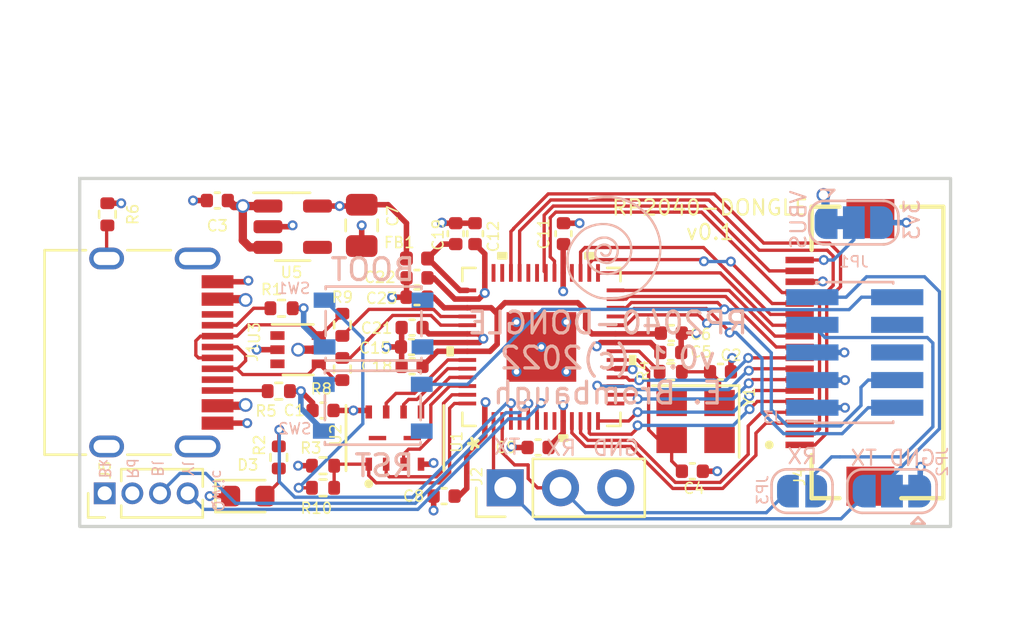
<source format=kicad_pcb>
(kicad_pcb (version 20211014) (generator pcbnew)
  (layers (0 "F.Cu" signal) (1 "In1.Cu" signal) (2 "In2.Cu" signal) (31 "B.Cu" signal) (34 "B.Paste" user) (35 "F.Paste" user) (36 "B.SilkS" user "B.Silkscreen") (37 "F.SilkS" user "F.Silkscreen") (38 "B.Mask" user) (39 "F.Mask" user) (44 "Edge.Cuts" user))
  (net 0 "")
  (net 1 "+3.3V")
  (net 2 "GND")
  (net 3 "Net-(Y1-Pad1)")
  (net 4 "VBUS")
  (net 5 "Net-(C4-Pad1)")
  (net 6 "+1V1")
  (net 7 "/ADC_AVDD")
  (net 8 "Net-(J1-PadA5)")
  (net 9 "Net-(J1-PadA7)")
  (net 11 "Net-(J1-PadB5)")
  (net 13 "/ES_BKL")
  (net 14 "/ES_SCK")
  (net 15 "/ES_PICO")
  (net 16 "/ES_POCI")
  (net 17 "/ES_DC")
  (net 18 "/ES_RST")
  (net 19 "/ES_TFTCS")
  (net 20 "/ES_SDCS")
  (net 21 "/ES_GP2")
  (net 22 "/ES_GP1")
  (net 23 "/ES_BUSY")
  (net 24 "/ES_INT")
  (net 25 "/ES_SDA")
  (net 26 "/ES_SCL")
  (net 27 "/ES_TSCS")
  (net 28 "/ES_MEMCS")
  (net 29 "Net-(D3-Pad2)")
  (net 30 "Net-(R8-Pad2)")
  (net 31 "/USB_DP")
  (net 32 "/USB_DM")
  (net 36 "Net-(R6-Pad2)")
  (net 37 "/UART0_RX")
  (net 38 "/UART0_TX")
  (net 39 "/ES_VIN")
  (net 40 "/SWDIO")
  (net 41 "/SWCLK")
  (net 43 "Net-(J3-Pad7)")
  (net 45 "Net-(J3-Pad9)")
  (net 46 "/NRST")
  (net 47 "/I2C_SDA")
  (net 48 "/I2C_SCL")
  (net 49 "/LED")
  (net 50 "/QSPI_SS_N")
  (net 51 "Net-(U1-Pad21)")
  (net 52 "Net-(R10-Pad2)")
  (net 61 "/QSPI_SD3")
  (net 62 "/QSPI_SCLK")
  (net 63 "/QSPI_SD0")
  (net 64 "/QSPI_SD2")
  (net 65 "/QSPI_SD1")
  (footprint "Resistor_SMD:R_0402_1005Metric" (layer "F.Cu") (at 128.75 110.49 180)
    (fp_text reference "R4")
    (fp_text value "1k")
  )
  (footprint "Resistor_SMD:R_0402_1005Metric" (layer "F.Cu") (at 113.665 108.329 90)
    (fp_text reference "R9")
    (fp_text value "27.5")
  )
  (footprint "Capacitor_SMD:C_0402_1005Metric" (layer "F.Cu") (at 119.761 104.14 90)
    (fp_text reference "C12")
    (fp_text value "0.1uf")
  )
  (footprint "Capacitor_SMD:C_0402_1005Metric" (layer "F.Cu") (at 123.825 104.14 90)
    (fp_text reference "C11")
    (fp_text value "0.1uf")
  )
  (footprint "Capacitor_SMD:C_0402_1005Metric" (layer "F.Cu") (at 131.036 110.49)
    (fp_text reference "C2")
    (fp_text value "27pf")
  )
  (footprint "Capacitor_SMD:C_0402_1005Metric" (layer "F.Cu") (at 117.094 107.061 180)
    (fp_text reference "C23")
    (fp_text value "1uf")
  )
  (footprint "Capacitor_SMD:C_0402_1005Metric" (layer "F.Cu") (at 128.75 109.601)
    (fp_text reference "C5")
    (fp_text value "0.1uf")
  )
  (footprint "Capacitor_SMD:C_0402_1005Metric" (layer "F.Cu") (at 107.922 102.616 180)
    (fp_text reference "C3")
    (fp_text value "1uf")
  )
  (footprint "Resistor_SMD:R_0402_1005Metric" (layer "F.Cu") (at 110.871 107.569 180)
    (fp_text reference "R1")
    (fp_text value "5k1")
  )
  (footprint "Capacitor_SMD:C_0402_1005Metric" (layer "F.Cu") (at 116.868 110.236 180)
    (fp_text reference "C18")
    (fp_text value "0.1uf")
  )
  (footprint "Resistor_SMD:R_0402_1005Metric" (layer "F.Cu") (at 110.744 111.379 180)
    (fp_text reference "R5")
    (fp_text value "5k1")
  )
  (footprint "Resistor_SMD:R_0402_1005Metric" (layer "F.Cu") (at 113.665 110.363 -90)
    (fp_text reference "R8")
    (fp_text value "27.5")
  )
  (footprint "Capacitor_SMD:C_0402_1005Metric" (layer "F.Cu") (at 129.7432 115.062)
    (fp_text reference "C4")
    (fp_text value "27pf")
  )
  (footprint "Resistor_SMD:R_0402_1005Metric" (layer "F.Cu") (at 112.778 115.824 180)
    (fp_text reference "R10")
    (fp_text value "1k")
  )
  (footprint "emeb_library:RP2040" (layer "F.Cu") (at 122.809 109.347 90)
    (fp_text reference "U1")
    (fp_text value "RP2040" hide)
  )
  (footprint "Capacitor_SMD:C_0402_1005Metric" (layer "F.Cu") (at 112.776 112.268 180)
    (fp_text reference "C1")
    (fp_text value "0.1uf")
  )
  (footprint "Resistor_SMD:R_0402_1005Metric" (layer "F.Cu") (at 112.778 114.808 180)
    (fp_text reference "R3")
    (fp_text value "10k")
  )
  (footprint "Crystal:Crystal_SMD_3225-4Pin_3.2x2.5mm" (layer "F.Cu") (at 129.893 112.776 180)
    (fp_text reference "Y1")
    (fp_text value "Crystal_4pin_SMD")
  )
  (footprint "Capacitor_SMD:C_0805_2012Metric" (layer "F.Cu") (at 114.554 103.759 -90)
    (fp_text reference "C7")
    (fp_text value "10uf")
  )
  (footprint "Capacitor_SMD:C_0402_1005Metric" (layer "F.Cu") (at 128.778 108.712)
    (fp_text reference "C6")
    (fp_text value "0.1uf")
  )
  (footprint "Capacitor_SMD:C_0402_1005Metric" (layer "F.Cu") (at 118.872 104.14 90)
    (fp_text reference "C19")
    (fp_text value "0.1uf")
  )
  (footprint "Connector_USB:USB_C_Receptacle_HRO_TYPE-C-31-M-12" (layer "F.Cu") (at 103.886 109.601 -90)
    (fp_text reference "J1")
    (fp_text value "USB_C_Receptacle_USB2.0")
  )
  (footprint "Resistor_SMD:R_0402_1005Metric" (layer "F.Cu") (at 102.87 103.251 -90)
    (fp_text reference "R6")
    (fp_text value "1M")
  )
  (footprint "emeb_library:GCT_FFC2B35-18-G_REVA2" (layer "F.Cu") (at 137.922 109.601 90)
    (fp_text reference "J4")
    (fp_text value "FFC2B35-18-G_REVA2")
  )
  (footprint "Capacitor_SMD:C_0402_1005Metric" (layer "F.Cu") (at 116.868 108.458 180)
    (fp_text reference "C21")
    (fp_text value "0.1uf")
  )
  (footprint "Capacitor_SMD:C_0402_1005Metric" (layer "F.Cu") (at 122.6566 113.9698 180)
    (fp_text reference "C9")
    (fp_text value "0.1uf")
  )
  (footprint "Resistor_SMD:R_0402_1005Metric" (layer "F.Cu") (at 110.744 114.427 -90)
    (fp_text reference "R2")
    (fp_text value "1k")
  )
  (footprint "Inductor_SMD:L_0402_1005Metric" (layer "F.Cu") (at 117.094 105.283 180)
    (fp_text reference "FB1")
    (fp_text value "1k")
  )
  (footprint "Capacitor_SMD:C_0402_1005Metric" (layer "F.Cu") (at 116.84 109.347 180)
    (fp_text reference "C15")
    (fp_text value "0.1uf")
  )
  (footprint "Package_TO_SOT_SMD:SOT-23-5" (layer "F.Cu") (at 111.3845 103.82)
    (fp_text reference "U5")
    (fp_text value "XC6222B331MR-G")
  )
  (footprint "Capacitor_SMD:C_0402_1005Metric" (layer "F.Cu") (at 118.3386 116.205 180)
    (fp_text reference "C8")
    (fp_text value "0.1uf")
  )
  (footprint "Package_TO_SOT_SMD:SOT-363_SC-70-6" (layer "F.Cu") (at 111.633 109.474)
    (fp_text reference "U3")
    (fp_text value "DRTR5V0U4S")
  )
  (footprint "Connector_PinHeader_2.54mm:PinHeader_1x03_P2.54mm_Vertical" (layer "F.Cu") (at 121.1476 115.824 90)
    (fp_text reference "J2")
    (fp_text value "Conn_01x03")
  )
  (footprint "Connector_PinHeader_1.27mm:PinHeader_1x04_P1.27mm_Vertical" (layer "F.Cu") (at 102.748 116.078 90)
    (fp_text reference "J5")
    (fp_text value "Qwiic")
  )
  (footprint "Capacitor_SMD:C_0402_1005Metric" (layer "F.Cu") (at 117.094 106.172 180)
    (fp_text reference "C22")
    (fp_text value "1uf")
  )
  (footprint "emeb_library:USON-8_4x3" (layer "F.Cu") (at 116.078 113.537 90)
    (fp_text reference "U2")
    (fp_text value "W25Q64JWUUIQ")
  )
  (footprint "LED_SMD:LED_0603_1608Metric" (layer "F.Cu") (at 109.3215 116.205)
    (fp_text reference "D3")
    (fp_text value "LED Green")
  )
  (footprint "Jumper:SolderJumper-3_P1.3mm_Bridged12_RoundedPad1.0x1.5mm" (layer "B.Cu") (at 138.9126 115.9764 180)
    (fp_text reference "JP2")
    (fp_text value "TX Sel")
  )
  (footprint "Jumper:SolderJumper-3_P1.3mm_Bridged12_RoundedPad1.0x1.5mm" (layer "B.Cu") (at 137.16 103.632)
    (fp_text reference "JP1")
    (fp_text value "Jumper_3_Bridged12")
  )
  (footprint "emeb_library:SW_SPST_PTS815" (layer "B.Cu") (at 115.062 112.141 180)
    (fp_text reference "SW2")
    (fp_text value "SW_Push")
  )
  (footprint "emeb_library:SW_SPST_PTS815" (layer "B.Cu") (at 115.098 108.272 180)
    (fp_text reference "SW1")
    (fp_text value "SW_Push")
  )
  (footprint "Jumper:SolderJumper-2_P1.3mm_Open_RoundedPad1.0x1.5mm" (layer "B.Cu") (at 134.7828 115.9764)
    (fp_text reference "JP3")
    (fp_text value "RX Sel")
  )
  (footprint "Connector_PinHeader_1.27mm:PinHeader_2x05_P1.27mm_Vertical_SMD" (layer "B.Cu") (at 137.205 109.601)
    (fp_text reference "J3")
    (fp_text value "PROG HEADER")
  )
  (footprint "emeb_library:avatar_small" (layer "B.Cu") (at 125.1712 105.7402 180)
    (fp_text reference "Ref**" hide)
    (fp_text value "Val**" hide)
  )
  (gr_rect (start 101.6 101.6) (end 141.605 117.602) (layer "Edge.Cuts") (width 0.15) (fill none))
  (gr_text "BOOT" (at 115.062 105.791) (layer "B.SilkS") (effects (font (size 1 1)) (justify mirror)))
  (gr_text "GND" (at 139.8524 114.4524) (layer "B.SilkS") (effects (font (size 0.7 0.7) (thickness 0.1)) (justify mirror)))
  (gr_text "VBUS" (at 134.62 103.505 90) (layer "B.SilkS") (effects (font (size 0.7 0.7) (thickness 0.1)) (justify mirror)))
  (gr_text "Rd" (at 104.013 114.935 270) (layer "B.SilkS") (effects (font (size 0.5 0.5) (thickness 0.07)) (justify mirror)))
  (gr_text "Yl" (at 106.553 114.935 270) (layer "B.SilkS") (effects (font (size 0.5 0.5) (thickness 0.07)) (justify mirror)))
  (gr_text "RP2040-DONGLE\nv0.1 (c)2022\nE. Brombaugh" (at 125.857 109.855) (layer "B.SilkS") (effects (font (size 1 1)) (justify mirror)))
  (gr_text "TX" (at 137.6172 114.4524) (layer "B.SilkS") (effects (font (size 0.7 0.7) (thickness 0.1)) (justify mirror)))
  (gr_text "Qwiic" (at 107.95 115.951 270) (layer "B.SilkS") (effects (font (size 0.5 0.5) (thickness 0.07)) (justify mirror)))
  (gr_text "GND" (at 126.238 113.9952) (layer "B.SilkS") (effects (font (size 0.7 0.7) (thickness 0.1)) (justify mirror)))
  (gr_text "3v3" (at 139.827 103.505 90) (layer "B.SilkS") (effects (font (size 0.7 0.7) (thickness 0.1)) (justify mirror)))
  (gr_text "RX" (at 123.7234 113.9952) (layer "B.SilkS") (effects (font (size 0.7 0.7) (thickness 0.1)) (justify mirror)))
  (gr_text "RX" (at 134.7978 114.3762) (layer "B.SilkS") (effects (font (size 0.7 0.7) (thickness 0.1)) (justify mirror)))
  (gr_text "RST	" (at 115.062 114.808) (layer "B.SilkS") (effects (font (size 1 1)) (justify mirror)))
  (gr_text "Bl" (at 105.156 114.935 270) (layer "B.SilkS") (effects (font (size 0.5 0.5) (thickness 0.07)) (justify mirror)))
  (gr_text "Bk" (at 102.743 114.935 270) (layer "B.SilkS") (effects (font (size 0.5 0.5) (thickness 0.07)) (justify mirror)))
  (gr_text "TX" (at 121.2342 113.9444) (layer "B.SilkS") (effects (font (size 0.7 0.7) (thickness 0.1)) (justify mirror)))
  (gr_text "RP2040-DONGLE\nv0.1" (at 130.556 103.505) (layer "F.SilkS") (effects (font (size 0.7 0.7) (thickness 0.1))))
  (segment (start 115.763 102.809) (end 116.609 103.655) (width 0.254) (layer "F.Cu") (net 1))
  (segment (start 118.830999 107.146999) (end 117.856 106.172) (width 0.254) (layer "F.Cu") (net 1))
  (segment (start 117.348 108.458) (end 117.637001 108.747001) (width 0.254) (layer "F.Cu") (net 1))
  (segment (start 120.142 108.966) (end 119.961 109.147) (width 0.254) (layer "F.Cu") (net 1))
  (segment (start 123.809001 105.9434) (end 123.809001 104.635999) (width 0.254) (layer "F.Cu") (net 1))
  (segment (start 120.209 105.068) (end 119.761 104.62) (width 0.254) (layer "F.Cu") (net 1))
  (segment (start 119.929001 107.146999) (end 119.4054 107.146999) (width 0.254) (layer "F.Cu") (net 1))
  (segment (start 119.923001 108.747001) (end 120.142 108.966) (width 0.254) (layer "F.Cu") (net 1))
  (segment (start 117.637001 108.747001) (end 119.4054 108.747001) (width 0.254) (layer "F.Cu") (net 1))
  (segment (start 123.809001 113.297399) (end 123.1366 113.9698) (width 0.254) (layer "F.Cu") (net 1))
  (segment (start 123.809001 112.7506) (end 123.809001 113.297399) (width 0.254) (layer "F.Cu") (net 1))
  (segment (start 120.209 112.7506) (end 120.209 111.9216) (width 0.254) (layer "F.Cu") (net 1))
  (segment (start 123.809001 105.9434) (end 123.809001 106.791001) (width 0.254) (layer "F.Cu") (net 1))
  (segment (start 120.209 106.867) (end 119.929001 107.146999) (width 0.254) (layer "F.Cu") (net 1))
  (segment (start 120.209 113.4202) (end 120.209 112.7506) (width 0.254) (layer "F.Cu") (net 1))
  (segment (start 119.38 115.8494) (end 119.38 114.2492) (width 0.254) (layer "F.Cu") (net 1))
  (segment (start 119.961 109.147) (end 119.4054 109.147) (width 0.254) (layer "F.Cu") (net 1))
  (segment (start 120.209 105.9434) (end 120.209 105.068) (width 0.254) (layer "F.Cu") (net 1))
  (segment (start 120.209 105.9434) (end 120.209 106.867) (width 0.254) (layer "F.Cu") (net 1))
  (segment (start 114.493 102.87) (end 114.554 102.809) (width 0.254) (layer "F.Cu") (net 1))
  (segment (start 119.4054 107.146999) (end 118.830999 107.146999) (width 0.254) (layer "F.Cu") (net 1))
  (segment (start 123.809001 104.635999) (end 123.825 104.62) (width 0.254) (layer "F.Cu") (net 1))
  (segment (start 119.38 114.2492) (end 120.209 113.4202) (width 0.254) (layer "F.Cu") (net 1))
  (segment (start 119.4054 109.147) (end 117.52 109.147) (width 0.254) (layer "F.Cu") (net 1))
  (segment (start 112.522 102.87) (end 114.493 102.87) (width 0.254) (layer "F.Cu") (net 1))
  (segment (start 127.816 109.147) (end 128.27 109.601) (width 0.254) (layer "F.Cu") (net 1))
  (segment (start 119.4054 108.747001) (end 119.923001 108.747001) (width 0.254) (layer "F.Cu") (net 1))
  (segment (start 120.209 111.9216) (end 120.2436 111.887) (width 0.254) (layer "F.Cu") (net 1))
  (segment (start 119.0244 116.205) (end 119.38 115.8494) (width 0.254) (layer "F.Cu") (net 1))
  (segment (start 126.2126 109.147) (end 127.816 109.147) (width 0.254) (layer "F.Cu") (net 1))
  (segment (start 117.856 106.172) (end 117.574 106.172) (width 0.254) (layer "F.Cu") (net 1))
  (segment (start 117.52 109.147) (end 117.32 109.347) (width 0.254) (layer "F.Cu") (net 1))
  (segment (start 126.2126 109.147) (end 125.5236 109.147) (width 0.254) (layer "F.Cu") (net 1))
  (segment (start 114.554 102.809) (end 115.763 102.809) (width 0.254) (layer "F.Cu") (net 1))
  (segment (start 113.256 112.268) (end 114.173 112.268) (width 0.254) (layer "F.Cu") (net 1))
  (segment (start 114.173 112.268) (end 114.809 112.268) (width 0.254) (layer "F.Cu") (net 1))
  (segment (start 116.609 103.655) (end 116.609 105.283) (width 0.254) (layer "F.Cu") (net 1))
  (segment (start 118.8186 116.205) (end 119.0244 116.205) (width 0.254) (layer "F.Cu") (net 1))
  (segment (start 112.268 114.808) (end 111.633 114.808) (width 0.254) (layer "F.Cu") (net 1))
  (segment (start 114.809 112.268) (end 114.878 112.337) (width 0.254) (layer "F.Cu") (net 1))
  (segment (start 125.5236 109.147) (end 125.349 109.3216) (width 0.254) (layer "F.Cu") (net 1))
  (segment (start 123.809001 112.7506) (end 123.809001 112.029999) (width 0.254) (layer "F.Cu") (net 1))
  (via (at 113.538 102.87) (size 0.4572) (drill 0.254) (layers "F.Cu" "B.Cu") (net 1))
  (via (at 136.7536 112.141) (size 0.4572) (drill 0.254) (layers "F.Cu" "B.Cu") (net 1))
  (via (at 123.809001 106.791001) (size 0.4572) (drill 0.254) (layers "F.Cu" "B.Cu") (net 1))
  (via (at 120.209 106.867) (size 0.4572) (drill 0.254) (layers "F.Cu" "B.Cu") (net 1))
  (via (at 114.173 112.268) (size 0.4572) (drill 0.254) (layers "F.Cu" "B.Cu") (net 1))
  (via (at 139.573 103.632) (size 0.4572) (drill 0.254) (layers "F.Cu" "B.Cu") (net 1))
  (via (at 123.809001 112.029999) (size 0.4572) (drill 0.254) (layers "F.Cu" "B.Cu") (net 1))
  (via (at 125.349 109.3216) (size 0.4572) (drill 0.254) (layers "F.Cu" "B.Cu") (net 1))
  (via (at 120.142 108.966) (size 0.4572) (drill 0.254) (layers "F.Cu" "B.Cu") (net 1))
  (via (at 120.2436 111.887) (size 0.4572) (drill 0.254) (layers "F.Cu" "B.Cu") (net 1))
  (via (at 111.633 114.808) (size 0.4572) (drill 0.254) (layers "F.Cu" "B.Cu") (net 1))
  (segment (start 135.255 112.141) (end 136.7536 112.141) (width 0.254) (layer "B.Cu") (net 1))
  (segment (start 138.46 103.632) (end 139.573 103.632) (width 0.254) (layer "B.Cu") (net 1))
  (segment (start 121.465701 113.9698) (end 122.1766 113.9698) (width 0.254) (layer "F.Cu") (net 2))
  (segment (start 117.8586 116.205) (end 117.8586 116.8628) (width 0.254) (layer "F.Cu") (net 2))
  (segment (start 129.921 108.712) (end 129.258 108.712) (width 0.254) (layer "F.Cu") (net 2))
  (segment (start 119.761 103.66) (end 118.872 103.66) (width 0.254) (layer "F.Cu") (net 2))
  (segment (start 130.2232 115.062) (end 130.8862 115.062) (width 0.254) (layer "F.Cu") (net 2))
  (segment (start 114.554 104.709) (end 114.554 103.759) (width 0.254) (layer "F.Cu") (net 2))
  (segment (start 134.672 106.351) (end 135.7364 106.351) (width 0.254) (layer "F.Cu") (net 2))
  (segment (start 111.381 107.569) (end 111.887 107.569) (width 0.254) (layer "F.Cu") (net 2))
  (segment (start 118.872 103.66) (end 118.265 103.66) (width 0.254) (layer "F.Cu") (net 2))
  (segment (start 135.7364 106.3486) (end 135.7364 106.335898) (width 0.254) (layer "F.Cu") (net 2))
  (segment (start 111.318 103.82) (end 111.379 103.759) (width 0.254) (layer "F.Cu") (net 2))
  (segment (start 116.614 107.061) (end 115.951 107.061) (width 0.254) (layer "F.Cu") (net 2))
  (segment (start 135.7364 106.351) (end 135.7376 106.3498) (width 0.254) (layer "F.Cu") (net 2))
  (segment (start 112.296 111.915) (end 111.76 111.379) (width 0.254) (layer "F.Cu") (net 2))
  (segment (start 111.254 111.379) (end 111.76 111.379) (width 0.254) (layer "F.Cu") (net 2))
  (segment (start 107.931 112.851) (end 109.295 112.851) (width 0.254) (layer "F.Cu") (net 2))
  (segment (start 126.2126 110.347001) (end 126.984001 110.347001) (width 0.254) (layer "F.Cu") (net 2))
  (segment (start 131.516 110.49) (end 131.516 109.827) (width 0.254) (layer "F.Cu") (net 2))
  (segment (start 116.388 110.236) (end 116.388 109.375) (width 0.254) (layer "F.Cu") (net 2))
  (segment (start 121.440301 113.9444) (end 121.465701 113.9698) (width 0.254) (layer "F.Cu") (net 2))
  (segment (start 126.984001 110.347001) (end 127 110.363) (width 0.254) (layer "F.Cu") (net 2))
  (segment (start 116.614 107.061) (end 116.614 106.172) (width 0.254) (layer "F.Cu") (net 2))
  (segment (start 117.278 114.737) (end 117.8 114.737) (width 0.254) (layer "F.Cu") (net 2))
  (segment (start 123.825 103.66) (end 124.559 103.66) (width 0.254) (layer "F.Cu") (net 2))
  (segment (start 135.7376 106.3498) (end 135.7364 106.3486) (width 0.254) (layer "F.Cu") (net 2))
  (segment (start 110.683 109.474) (end 109.728 109.474) (width 0.254) (layer "F.Cu") (net 2))
  (segment (start 107.931 106.351) (end 109.295 106.351) (width 0.254) (layer "F.Cu") (net 2))
  (segment (start 117.8586 116.8628) (end 117.856 116.8654) (width 0.254) (layer "F.Cu") (net 2))
  (segment (start 124.559 103.66) (end 124.5616 103.6574) (width 0.254) (layer "F.Cu") (net 2))
  (segment (start 118.265 103.66) (end 118.237 103.632) (width 0.254) (layer "F.Cu") (net 2))
  (segment (start 103.503 102.741) (end 103.505 102.743) (width 0.254) (layer "F.Cu") (net 2))
  (segment (start 107.47 102.616) (end 106.807 102.616) (width 0.254) (layer "F.Cu") (net 2))
  (segment (start 116.36 109.347) (end 115.697 109.347) (width 0.254) (layer "F.Cu") (net 2))
  (segment (start 117.8 114.737) (end 117.856 114.681) (width 0.254) (layer "F.Cu") (net 2))
  (segment (start 116.388 109.375) (end 116.36 109.347) (width 0.254) (layer "F.Cu") (net 2))
  (segment (start 107.569 116.205) (end 108.534 116.205) (width 0.254) (layer "F.Cu") (net 2))
  (segment (start 109.295 106.351) (end 109.347 106.299) (width 0.254) (layer "F.Cu") (net 2))
  (segment (start 129.23 109.601) (end 129.23 108.74) (width 0.254) (layer "F.Cu") (net 2))
  (segment (start 112.296 112.268) (end 112.296 111.915) (width 0.254) (layer "F.Cu") (net 2))
  (segment (start 127 110.363) (end 127 110.378299) (width 0.254) (layer "F.Cu") (net 2))
  (segment (start 129.23 108.74) (end 129.258 108.712) (width 0.254) (layer "F.Cu") (net 2))
  (segment (start 116.388 108.458) (end 116.388 109.319) (width 0.254) (layer "F.Cu") (net 2))
  (segment (start 110.247 103.82) (end 111.318 103.82) (width 0.254) (layer "F.Cu") (net 2))
  (segment (start 116.388 109.319) (end 116.36 109.347) (width 0.254) (layer "F.Cu") (net 2))
  (segment (start 102.87 102.741) (end 103.503 102.741) (width 0.254) (layer "F.Cu") (net 2))
  (via (at 136.7536 110.871) (size 0.4572) (drill 0.254) (layers "F.Cu" "B.Cu") (net 2))
  (via (at 121.666 110.49) (size 0.4572) (drill 0.254) (layers "F.Cu" "B.Cu") (net 2))
  (via (at 103.505 102.743) (size 0.4572) (drill 0.254) (layers "F.Cu" "B.Cu") (net 2))
  (via (at 111.887 107.569) (size 0.4572) (drill 0.254) (layers "F.Cu" "B.Cu") (net 2))
  (via (at 129.921 108.712) (size 0.4572) (drill 0.254) (layers "F.Cu" "B.Cu") (net 2))
  (via (at 121.666 108.204) (size 0.4572) (drill 0.254) (layers "F.Cu" "B.Cu") (net 2))
  (via (at 115.697 109.347) (size 0.4572) (drill 0.254) (layers "F.Cu" "B.Cu") (net 2))
  (via (at 118.237 103.632) (size 0.4572) (drill 0.254) (layers "F.Cu" "B.Cu") (net 2))
  (via (at 117.856 116.8654) (size 0.4572) (drill 0.254) (layers "F.Cu" "B.Cu") (net 2))
  (via (at 124.5616 103.6574) (size 0.4572) (drill 0.254) (layers "F.Cu" "B.Cu") (net 2))
  (via (at 117.856 114.681) (size 0.4572) (drill 0.254) (layers "F.Cu" "B.Cu") (net 2))
  (via (at 123.952 108.204) (size 0.4572) (drill 0.254) (layers "F.Cu" "B.Cu") (net 2))
  (via (at 130.8862 115.062) (size 0.4572) (drill 0.254) (layers "F.Cu" "B.Cu") (net 2))
  (via (at 111.379 103.759) (size 0.4572) (drill 0.254) (layers "F.Cu" "B.Cu") (net 2))
  (via (at 106.807 102.616) (size 0.4572) (drill 0.254) (layers "F.Cu" "B.Cu") (net 2))
  (via (at 136.7282 109.601) (size 0.4572) (drill 0.254) (layers "F.Cu" "B.Cu") (net 2))
  (via (at 115.951 107.061) (size 0.4572) (drill 0.254) (layers "F.Cu" "B.Cu") (net 2))
  (via (at 111.76 111.379) (size 0.4572) (drill 0.254) (layers "F.Cu" "B.Cu") (net 2))
  (via (at 123.952 110.49) (size 0.4572) (drill 0.254) (layers "F.Cu" "B.Cu") (net 2))
  (via (at 109.347 106.299) (size 0.4572) (drill 0.254) (layers "F.Cu" "B.Cu") (net 2))
  (via (at 109.728 109.474) (size 0.4572) (drill 0.254) (layers "F.Cu" "B.Cu") (net 2))
  (via (at 107.569 116.205) (size 0.4572) (drill 0.254) (layers "F.Cu" "B.Cu") (net 2))
  (via (at 114.554 103.759) (size 0.4572) (drill 0.254) (layers "F.Cu" "B.Cu") (net 2))
  (via (at 140.2334 114.8588) (size 0.4572) (drill 0.254) (layers "F.Cu" "B.Cu") (net 2))
  (via (at 135.7364 106.335898) (size 0.4572) (drill 0.254) (layers "F.Cu" "B.Cu") (net 2))
  (via (at 122.809 109.347) (size 0.4572) (drill 0.254) (layers "F.Cu" "B.Cu") (net 2))
  (via (at 109.295 112.851) (size 0.4572) (drill 0.254) (layers "F.Cu" "B.Cu") (net 2))
  (via (at 131.572 109.855) (size 0.4572) (drill 0.254) (layers "F.Cu" "B.Cu") (net 2))
  (via (at 121.440301 113.9444) (size 0.4572) (drill 0.254) (layers "F.Cu" "B.Cu") (net 2))
  (via (at 127 110.378299) (size 0.4572) (drill 0.254) (layers "F.Cu" "B.Cu") (net 2))
  (segment (start 140.2126 115.9764) (end 140.2126 114.8796) (width 0.254) (layer "B.Cu") (net 2))
  (segment (start 111.887 107.569) (end 111.887 108.386) (width 0.254) (layer "B.Cu") (net 2))
  (segment (start 135.255 110.871) (end 136.7536 110.871) (width 0.254) (layer "B.Cu") (net 2))
  (segment (start 111.887 108.386) (end 112.848 109.347) (width 0.254) (layer "B.Cu") (net 2))
  (segment (start 140.2126 114.8796) (end 140.2334 114.8588) (width 0.254) (layer "B.Cu") (net 2))
  (segment (start 135.255 109.601) (end 136.7282 109.601) (width 0.254) (layer "B.Cu") (net 2))
  (segment (start 111.76 112.164) (end 112.812 113.216) (width 0.254) (layer "B.Cu") (net 2))
  (segment (start 111.76 111.379) (end 111.76 112.164) (width 0.254) (layer "B.Cu") (net 2))
  (segment (start 129.26 110.49) (end 130.556 110.49) (width 0.1524) (layer "F.Cu") (net 3))
  (segment (start 130.556 110.49) (end 130.993 110.927) (width 0.1524) (layer "F.Cu") (net 3))
  (segment (start 130.993 110.927) (end 130.993 111.926) (width 0.1524) (layer "F.Cu") (net 3))
  (segment (start 111.633 109.474) (end 112.583 109.474) (width 0.381) (layer "F.Cu") (net 4))
  (segment (start 109.4182 104.77) (end 110.247 104.77) (width 0.381) (layer "F.Cu") (net 4))
  (segment (start 109.183 107.151) (end 109.22 107.188) (width 0.381) (layer "F.Cu") (net 4))
  (segment (start 109.183 112.051) (end 109.22 112.014) (width 0.381) (layer "F.Cu") (net 4))
  (segment (start 109.093 104.4448) (end 109.4182 104.77) (width 0.381) (layer "F.Cu") (net 4))
  (segment (start 107.931 112.051) (end 109.183 112.051) (width 0.381) (layer "F.Cu") (net 4))
  (segment (start 109.093 102.87) (end 109.093 104.4448) (width 0.381) (layer "F.Cu") (net 4))
  (segment (start 110.247 102.87) (end 108.684 102.87) (width 0.381) (layer "F.Cu") (net 4))
  (segment (start 108.684 102.87) (end 108.43 102.616) (width 0.381) (layer "F.Cu") (net 4))
  (segment (start 107.931 107.151) (end 109.183 107.151) (width 0.381) (layer "F.Cu") (net 4))
  (segment (start 108.46 102.646) (end 108.43 102.616) (width 0.381) (layer "F.Cu") (net 4))
  (via (at 111.633 109.474) (size 0.635) (drill 0.4318) (layers "F.Cu" "B.Cu") (net 4))
  (via (at 135.763 102.362) (size 0.635) (drill 0.4318) (layers "F.Cu" "B.Cu") (net 4))
  (via (at 109.093 102.87) (size 0.635) (drill 0.4318) (layers "F.Cu" "B.Cu") (net 4))
  (via (at 109.22 112.014) (size 0.635) (drill 0.4318) (layers "F.Cu" "B.Cu") (net 4))
  (via (at 109.22 107.188) (size 0.635) (drill 0.4318) (layers "F.Cu" "B.Cu") (net 4))
  (segment (start 135.86 102.459) (end 135.763 102.362) (width 0.381) (layer "B.Cu") (net 4))
  (segment (start 135.86 103.632) (end 135.86 102.459) (width 0.381) (layer "B.Cu") (net 4))
  (segment (start 127.734 110.462) (end 127.734 113.157) (width 0.1524) (layer "F.Cu") (net 5))
  (segment (start 128.793 113.626) (end 128.793 114.5918) (width 0.1524) (layer "F.Cu") (net 5))
  (segment (start 126.2126 109.946999) (end 127.218999 109.946999) (width 0.1524) (layer "F.Cu") (net 5))
  (segment (start 127.218999 109.946999) (end 127.734 110.462) (width 0.1524) (layer "F.Cu") (net 5))
  (segment (start 127.734 113.157) (end 128.203 113.626) (width 0.1524) (layer "F.Cu") (net 5))
  (segment (start 128.793 114.5918) (end 129.2632 115.062) (width 0.1524) (layer "F.Cu") (net 5))
  (segment (start 128.203 113.626) (end 128.793 113.626) (width 0.1524) (layer "F.Cu") (net 5))
  (segment (start 118.037 109.547) (end 117.348 110.236) (width 0.254) (layer "F.Cu") (net 6))
  (segment (start 126.2126 108.747001) (end 128.262999 108.747001) (width 0.254) (layer "F.Cu") (net 6))
  (segment (start 119.4054 109.547) (end 118.037 109.547) (width 0.254) (layer "F.Cu") (net 6))
  (segment (start 120.777 107.6706) (end 121.1326 107.315) (width 0.254) (layer "F.Cu") (net 6))
  (segment (start 125.130001 108.747001) (end 126.2126 108.747001) (width 0.254) (layer "F.Cu") (net 6))
  (segment (start 119.4054 107.547001) (end 118.342001 107.547001) (width 0.254) (layer "F.Cu") (net 6))
  (segment (start 120.45 109.547) (end 120.777 109.22) (width 0.254) (layer "F.Cu") (net 6))
  (segment (start 120.777 109.22) (end 120.777 107.823) (width 0.254) (layer "F.Cu") (net 6))
  (segment (start 124.841 108.458) (end 125.130001 108.747001) (width 0.254) (layer "F.Cu") (net 6))
  (segment (start 120.777 107.823) (end 120.777 107.6706) (width 0.254) (layer "F.Cu") (net 6))
  (segment (start 120.777 107.823) (end 120.501001 107.547001) (width 0.254) (layer "F.Cu") (net 6))
  (segment (start 124.4854 107.315) (end 124.841 107.6706) (width 0.254) (layer "F.Cu") (net 6))
  (segment (start 124.841 107.6706) (end 124.841 108.458) (width 0.254) (layer "F.Cu") (net 6))
  (segment (start 120.501001 107.547001) (end 119.4054 107.547001) (width 0.254) (layer "F.Cu") (net 6))
  (segment (start 121.1326 107.315) (end 124.4854 107.315) (width 0.254) (layer "F.Cu") (net 6))
  (segment (start 128.262999 108.747001) (end 128.298 108.712) (width 0.254) (layer "F.Cu") (net 6))
  (segment (start 118.342001 107.547001) (end 117.856 107.061) (width 0.254) (layer "F.Cu") (net 6))
  (segment (start 119.4054 109.547) (end 120.45 109.547) (width 0.254) (layer "F.Cu") (net 6))
  (segment (start 117.856 107.061) (end 117.574 107.061) (width 0.254) (layer "F.Cu") (net 6))
  (segment (start 119.066 106.747) (end 117.602 105.283) (width 0.254) (layer "F.Cu") (net 7))
  (segment (start 118.242 104.62) (end 117.579 105.283) (width 0.254) (layer "F.Cu") (net 7))
  (segment (start 117.602 105.283) (end 117.579 105.283) (width 0.254) (layer "F.Cu") (net 7))
  (segment (start 119.4054 106.747) (end 119.066 106.747) (width 0.254) (layer "F.Cu") (net 7))
  (segment (start 118.872 104.62) (end 118.242 104.62) (width 0.254) (layer "F.Cu") (net 7))
  (segment (start 109.5904 107.569) (end 110.361 107.569) (width 0.1524) (layer "F.Cu") (net 8))
  (segment (start 107.931 108.351) (end 108.8084 108.351) (width 0.1524) (layer "F.Cu") (net 8))
  (segment (start 108.8084 108.351) (end 109.5904 107.569) (width 0.1524) (layer "F.Cu") (net 8))
  (segment (start 107.057 109.851) (end 107.931 109.851) (width 0.1524) (layer "F.Cu") (net 9))
  (segment (start 107.1496 108.851) (end 106.934 109.0666) (width 0.1524) (layer "F.Cu") (net 9))
  (segment (start 112.1155 108.3565) (end 112.583 108.824) (width 0.1524) (layer "F.Cu") (net 9))
  (segment (start 106.934 109.0666) (end 106.934 109.728) (width 0.1524) (layer "F.Cu") (net 9))
  (segment (start 107.931 108.851) (end 107.1496 108.851) (width 0.1524) (layer "F.Cu") (net 9))
  (segment (start 106.934 109.728) (end 107.057 109.851) (width 0.1524) (layer "F.Cu") (net 9))
  (segment (start 112.66 108.824) (end 113.665 107.819) (width 0.1524) (layer "F.Cu") (net 9))
  (segment (start 108.827 108.851) (end 109.347 108.331) (width 0.1524) (layer "F.Cu") (net 9))
  (segment (start 112.583 108.824) (end 112.66 108.824) (width 0.1524) (layer "F.Cu") (net 9))
  (segment (start 112.09 108.331) (end 112.1155 108.3565) (width 0.1524) (layer "F.Cu") (net 9))
  (segment (start 109.347 108.331) (end 112.09 108.331) (width 0.1524) (layer "F.Cu") (net 9))
  (segment (start 107.931 108.851) (end 108.827 108.851) (width 0.1524) (layer "F.Cu") (net 9))
  (segment (start 107.931 111.351) (end 110.206 111.351) (width 0.1524) (layer "F.Cu") (net 11))
  (segment (start 110.206 111.351) (end 110.234 111.379) (width 0.1524) (layer "F.Cu") (net 11))
  (segment (start 123.353668 102.87) (end 122.936 103.287668) (width 0.1524) (layer "F.Cu") (net 13))
  (segment (start 134.672 105.851) (end 133.283 105.851) (width 0.1524) (layer "F.Cu") (net 13))
  (segment (start 122.936 103.287668) (end 122.936 105.8704) (width 0.1524) (layer "F.Cu") (net 13))
  (segment (start 122.936 105.8704) (end 123.009 105.9434) (width 0.1524) (layer "F.Cu") (net 13))
  (segment (start 133.283 105.851) (end 130.302 102.87) (width 0.1524) (layer "F.Cu") (net 13))
  (segment (start 130.302 102.87) (end 123.353668 102.87) (width 0.1524) (layer "F.Cu") (net 13))
  (segment (start 123.408999 105.400399) (end 123.2154 105.2068) (width 0.1524) (layer "F.Cu") (net 14))
  (segment (start 123.4694 103.1494) (end 130.168 103.1494) (width 0.1524) (layer "F.Cu") (net 14))
  (segment (start 133.8696 106.851) (end 134.672 106.851) (width 0.1524) (layer "F.Cu") (net 14))
  (segment (start 123.2154 103.4034) (end 123.4694 103.1494) (width 0.1524) (layer "F.Cu") (net 14))
  (segment (start 130.168 103.1494) (end 133.8696 106.851) (width 0.1524) (layer "F.Cu") (net 14))
  (segment (start 123.2154 105.2068) (end 123.2154 103.4034) (width 0.1524) (layer "F.Cu") (net 14))
  (segment (start 123.408999 105.9434) (end 123.408999 105.400399) (width 0.1524) (layer "F.Cu") (net 14))
  (segment (start 125.009001 105.495999) (end 125.009001 105.9434) (width 0.1524) (layer "F.Cu") (net 15))
  (segment (start 134.672 107.351) (end 133.4114 107.351) (width 0.1524) (layer "F.Cu") (net 15))
  (segment (start 125.1712 105.3338) (end 125.009001 105.495999) (width 0.1524) (layer "F.Cu") (net 15))
  (segment (start 130.2766 105.41) (end 130.2004 105.3338) (width 0.1524) (layer "F.Cu") (net 15))
  (segment (start 130.2004 105.3338) (end 125.1712 105.3338) (width 0.1524) (layer "F.Cu") (net 15))
  (segment (start 133.4114 107.351) (end 131.4958 105.4354) (width 0.1524) (layer "F.Cu") (net 15))
  (segment (start 131.4958 105.4354) (end 131.510108 105.421092) (width 0.1524) (layer "F.Cu") (net 15))
  (via (at 130.2766 105.41) (size 0.4572) (drill 0.254) (layers "F.Cu" "B.Cu") (net 15))
  (via (at 131.510108 105.421092) (size 0.4572) (drill 0.254) (layers "F.Cu" "B.Cu") (net 15))
  (segment (start 131.510108 105.421092) (end 130.287692 105.421092) (width 0.1524) (layer "B.Cu") (net 15))
  (segment (start 130.287692 105.421092) (end 130.2766 105.41) (width 0.1524) (layer "B.Cu") (net 15))
  (segment (start 130.254064 104.775) (end 124.8156 104.775) (width 0.1524) (layer "F.Cu") (net 16))
  (segment (start 133.330064 107.851) (end 130.254064 104.775) (width 0.1524) (layer "F.Cu") (net 16))
  (segment (start 124.608999 104.981601) (end 124.608999 105.9434) (width 0.1524) (layer "F.Cu") (net 16))
  (segment (start 134.672 107.851) (end 133.330064 107.851) (width 0.1524) (layer "F.Cu") (net 16))
  (segment (start 124.8156 104.775) (end 124.608999 104.981601) (width 0.1524) (layer "F.Cu") (net 16))
  (segment (start 131.027332 105.9434) (end 125.409 105.9434) (width 0.1524) (layer "F.Cu") (net 17))
  (segment (start 134.672 108.351) (end 133.434932 108.351) (width 0.1524) (layer "F.Cu") (net 17))
  (segment (start 133.434932 108.351) (end 131.027332 105.9434) (width 0.1524) (layer "F.Cu") (net 17))
  (segment (start 131.4358 106.747) (end 126.2126 106.747) (width 0.1524) (layer "F.Cu") (net 18))
  (segment (start 133.5398 108.851) (end 131.4358 106.747) (width 0.1524) (layer "F.Cu") (net 18))
  (segment (start 134.672 108.851) (end 133.5398 108.851) (width 0.1524) (layer "F.Cu") (net 18))
  (segment (start 134.672 109.351) (end 133.5963 109.351) (width 0.1524) (layer "F.Cu") (net 19))
  (segment (start 131.2717 107.0264) (end 126.8222 107.0264) (width 0.1524) (layer "F.Cu") (net 19))
  (segment (start 126.8222 107.0264) (end 126.701601 107.146999) (width 0.1524) (layer "F.Cu") (net 19))
  (segment (start 126.701601 107.146999) (end 126.2126 107.146999) (width 0.1524) (layer "F.Cu") (net 19))
  (segment (start 133.5963 109.351) (end 131.2717 107.0264) (width 0.1524) (layer "F.Cu") (net 19))
  (segment (start 132.3086 109.855) (end 132.3126 109.851) (width 0.1524) (layer "F.Cu") (net 20))
  (segment (start 126.7176 110.747) (end 126.2126 110.747) (width 0.1524) (layer "F.Cu") (net 20))
  (segment (start 127.3027 110.877377) (end 126.847977 110.877377) (width 0.1524) (layer "F.Cu") (net 20))
  (segment (start 132.3126 109.851) (end 134.672 109.851) (width 0.1524) (layer "F.Cu") (net 20))
  (segment (start 126.847977 110.877377) (end 126.7176 110.747) (width 0.1524) (layer "F.Cu") (net 20))
  (via (at 127.3027 110.877377) (size 0.4572) (drill 0.254) (layers "F.Cu" "B.Cu") (net 20))
  (via (at 132.3086 109.855) (size 0.4572) (drill 0.254) (layers "F.Cu" "B.Cu") (net 20))
  (segment (start 127.3027 110.877377) (end 131.286223 110.877377) (width 0.1524) (layer "B.Cu") (net 20))
  (segment (start 131.286223 110.877377) (end 132.3086 109.855) (width 0.1524) (layer "B.Cu") (net 20))
  (segment (start 135.3784 113.851) (end 134.672 113.851) (width 0.1524) (layer "F.Cu") (net 21))
  (segment (start 136.0424 104.5718) (end 136.5504 105.0798) (width 0.1524) (layer "F.Cu") (net 21))
  (segment (start 121.409 104.0414) (end 121.529599 103.920801) (width 0.1524) (layer "F.Cu") (net 21))
  (segment (start 130.7592 102.3112) (end 133.0198 104.5718) (width 0.1524) (layer "F.Cu") (net 21))
  (segment (start 136.5504 105.0798) (end 136.5504 106.5784) (width 0.1524) (layer "F.Cu") (net 21))
  (segment (start 121.529599 103.920801) (end 121.529599 103.903805) (width 0.1524) (layer "F.Cu") (net 21))
  (segment (start 123.122205 102.3112) (end 130.7592 102.3112) (width 0.1524) (layer "F.Cu") (net 21))
  (segment (start 136.5504 106.5784) (end 135.9154 107.2134) (width 0.1524) (layer "F.Cu") (net 21))
  (segment (start 135.9154 113.314) (end 135.3784 113.851) (width 0.1524) (layer "F.Cu") (net 21))
  (segment (start 121.529599 103.903805) (end 123.122205 102.3112) (width 0.1524) (layer "F.Cu") (net 21))
  (segment (start 135.9154 107.2134) (end 135.9154 113.314) (width 0.1524) (layer "F.Cu") (net 21))
  (segment (start 133.0198 104.5718) (end 136.0424 104.5718) (width 0.1524) (layer "F.Cu") (net 21))
  (segment (start 121.409 105.9434) (end 121.409 104.0414) (width 0.1524) (layer "F.Cu") (net 21))
  (segment (start 136.212 106.521668) (end 135.5852 107.148468) (width 0.1524) (layer "F.Cu") (net 22))
  (segment (start 121.808999 105.9434) (end 121.808999 104.019537) (width 0.1524) (layer "F.Cu") (net 22))
  (segment (start 123.237936 102.5906) (end 130.5052 102.5906) (width 0.1524) (layer "F.Cu") (net 22))
  (segment (start 135.941858 104.902) (end 136.212 105.172142) (width 0.1524) (layer "F.Cu") (net 22))
  (segment (start 136.212 105.172142) (end 136.212 106.521668) (width 0.1524) (layer "F.Cu") (net 22))
  (segment (start 135.5852 107.148468) (end 135.5852 113.1316) (width 0.1524) (layer "F.Cu") (net 22))
  (segment (start 132.8166 104.902) (end 135.941858 104.902) (width 0.1524) (layer "F.Cu") (net 22))
  (segment (start 130.5052 102.5906) (end 132.8166 104.902) (width 0.1524) (layer "F.Cu") (net 22))
  (segment (start 135.3658 113.351) (end 134.672 113.351) (width 0.1524) (layer "F.Cu") (net 22))
  (segment (start 121.808999 104.019537) (end 123.237936 102.5906) (width 0.1524) (layer "F.Cu") (net 22))
  (segment (start 135.5852 113.1316) (end 135.3658 113.351) (width 0.1524) (layer "F.Cu") (net 22))
  (segment (start 132.6642 113.3094) (end 133.1214 112.8522) (width 0.1524) (layer "F.Cu") (net 23))
  (segment (start 126.909668 113.919) (end 128.845268 115.8546) (width 0.1524) (layer "F.Cu") (net 23))
  (segment (start 124.209 113.299663) (end 124.828337 113.919) (width 0.1524) (layer "F.Cu") (net 23))
  (segment (start 128.845268 115.8546) (end 131.135 115.8546) (width 0.1524) (layer "F.Cu") (net 23))
  (segment (start 133.1214 112.8522) (end 133.7056 112.8522) (width 0.1524) (layer "F.Cu") (net 23))
  (segment (start 124.209 112.7506) (end 124.209 113.299663) (width 0.1524) (layer "F.Cu") (net 23))
  (segment (start 133.7068 112.851) (end 134.672 112.851) (width 0.1524) (layer "F.Cu") (net 23))
  (segment (start 124.828337 113.919) (end 126.909668 113.919) (width 0.1524) (layer "F.Cu") (net 23))
  (segment (start 131.135 115.8546) (end 132.6642 114.3254) (width 0.1524) (layer "F.Cu") (net 23))
  (segment (start 132.6642 114.3254) (end 132.6642 113.3094) (width 0.1524) (layer "F.Cu") (net 23))
  (segment (start 133.7056 112.8522) (end 133.7068 112.851) (width 0.1524) (layer "F.Cu") (net 23))
  (segment (start 134.672 112.351) (end 132.9368 112.351) (width 0.1524) (layer "F.Cu") (net 24))
  (segment (start 131.019268 115.5752) (end 128.961 115.5752) (width 0.1524) (layer "F.Cu") (net 24))
  (segment (start 127.0254 113.6396) (end 124.944069 113.6396) (width 0.1524) (layer "F.Cu") (net 24))
  (segment (start 124.608999 113.30453) (end 124.608999 112.7506) (width 0.1524) (layer "F.Cu") (net 24))
  (segment (start 132.3086 112.9792) (end 132.3086 114.285868) (width 0.1524) (layer "F.Cu") (net 24))
  (segment (start 132.3086 114.285868) (end 131.019268 115.5752) (width 0.1524) (layer "F.Cu") (net 24))
  (segment (start 124.944069 113.6396) (end 124.608999 113.30453) (width 0.1524) (layer "F.Cu") (net 24))
  (segment (start 132.9368 112.351) (end 132.3086 112.9792) (width 0.1524) (layer "F.Cu") (net 24))
  (segment (start 128.961 115.5752) (end 127.0254 113.6396) (width 0.1524) (layer "F.Cu") (net 24))
  (segment (start 125.009001 113.3094) (end 125.059801 113.3602) (width 0.1524) (layer "F.Cu") (net 25))
  (segment (start 126.9492 113.3602) (end 127.2286 113.0808) (width 0.1524) (layer "F.Cu") (net 25))
  (segment (start 127.2286 113.0808) (end 127.2286 112.9538) (width 0.1524) (layer "F.Cu") (net 25))
  (segment (start 125.059801 113.3602) (end 126.9492 113.3602) (width 0.1524) (layer "F.Cu") (net 25))
  (segment (start 125.009001 112.7506) (end 125.009001 113.3094) (width 0.1524) (layer "F.Cu") (net 25))
  (segment (start 132.371569 112.205383) (end 132.725952 111.851) (width 0.1524) (layer "F.Cu") (net 25))
  (segment (start 132.725952 111.851) (end 134.672 111.851) (width 0.1524) (layer "F.Cu") (net 25))
  (via (at 132.371569 112.205383) (size 0.4572) (drill 0.254) (layers "F.Cu" "B.Cu") (net 25))
  (via (at 127.2286 112.9538) (size 0.4572) (drill 0.254) (layers "F.Cu" "B.Cu") (net 25))
  (segment (start 132.371569 112.205383) (end 131.623152 112.9538) (width 0.1524) (layer "B.Cu") (net 25))
  (segment (start 131.623152 112.9538) (end 127.2286 112.9538) (width 0.1524) (layer "B.Cu") (net 25))
  (segment (start 127.0508 112.522) (end 127.049742 112.522) (width 0.1524) (layer "F.Cu") (net 26))
  (segment (start 126.821142 112.7506) (end 125.409 112.7506) (width 0.1524) (layer "F.Cu") (net 26))
  (segment (start 132.614473 111.351) (end 134.672 111.351) (width 0.1524) (layer "F.Cu") (net 26))
  (segment (start 127.2286 112.3442) (end 127.0508 112.522) (width 0.1524) (layer "F.Cu") (net 26))
  (segment (start 132.353916 111.611557) (end 132.614473 111.351) (width 0.1524) (layer "F.Cu") (net 26))
  (segment (start 127.049742 112.522) (end 126.821142 112.7506) (width 0.1524) (layer "F.Cu") (net 26))
  (via (at 127.2286 112.3442) (size 0.4572) (drill 0.254) (layers "F.Cu" "B.Cu") (net 26))
  (via (at 132.353916 111.611557) (size 0.4572) (drill 0.254) (layers "F.Cu" "B.Cu") (net 26))
  (segment (start 132.353916 111.613084) (end 132.353916 111.611557) (width 0.1524) (layer "B.Cu") (net 26))
  (segment (start 131.6228 112.3442) (end 132.353916 111.613084) (width 0.1524) (layer "B.Cu") (net 26))
  (segment (start 127.2286 112.3442) (end 131.6228 112.3442) (width 0.1524) (layer "B.Cu") (net 26))
  (segment (start 126.2126 111.547001) (end 127.168001 111.547001) (width 0.1524) (layer "F.Cu") (net 27))
  (segment (start 132.504522 110.851) (end 134.672 110.851) (width 0.1524) (layer "F.Cu") (net 27))
  (segment (start 132.333783 111.021739) (end 132.504522 110.851) (width 0.1524) (layer "F.Cu") (net 27))
  (segment (start 127.254 111.633) (end 127.233579 111.653421) (width 0.1524) (layer "F.Cu") (net 27))
  (segment (start 127.233579 111.653421) (end 127.233579 111.740477) (width 0.1524) (layer "F.Cu") (net 27))
  (segment (start 127.168001 111.547001) (end 127.254 111.633) (width 0.1524) (layer "F.Cu") (net 27))
  (via (at 127.233579 111.740477) (size 0.4572) (drill 0.254) (layers "F.Cu" "B.Cu") (net 27))
  (via (at 132.333783 111.021739) (size 0.4572) (drill 0.254) (layers "F.Cu" "B.Cu") (net 27))
  (segment (start 127.233579 111.740477) (end 131.615045 111.740477) (width 0.1524) (layer "B.Cu") (net 27))
  (segment (start 131.615045 111.740477) (end 132.333783 111.021739) (width 0.1524) (layer "B.Cu") (net 27))
  (segment (start 132.423406 110.351) (end 132.336364 110.438042) (width 0.1524) (layer "F.Cu") (net 28))
  (segment (start 134.672 110.351) (end 132.423406 110.351) (width 0.1524) (layer "F.Cu") (net 28))
  (segment (start 125.396399 111.146999) (end 125.3744 111.125) (width 0.1524) (layer "F.Cu") (net 28))
  (segment (start 126.2126 111.146999) (end 125.396399 111.146999) (width 0.1524) (layer "F.Cu") (net 28))
  (via (at 125.3744 111.125) (size 0.4572) (drill 0.254) (layers "F.Cu" "B.Cu") (net 28))
  (via (at 132.336364 110.438042) (size 0.4572) (drill 0.254) (layers "F.Cu" "B.Cu") (net 28))
  (segment (start 126.971442 111.156777) (end 127.123842 111.309177) (width 0.1524) (layer "B.Cu") (net 28))
  (segment (start 131.413223 111.309177) (end 132.334 110.3884) (width 0.1524) (layer "B.Cu") (net 28))
  (segment (start 125.406177 111.156777) (end 126.971442 111.156777) (width 0.1524) (layer "B.Cu") (net 28))
  (segment (start 132.336364 110.390764) (end 132.336364 110.438042) (width 0.1524) (layer "B.Cu") (net 28))
  (segment (start 127.123842 111.309177) (end 131.413223 111.309177) (width 0.1524) (layer "B.Cu") (net 28))
  (segment (start 125.3744 111.125) (end 125.406177 111.156777) (width 0.1524) (layer "B.Cu") (net 28))
  (segment (start 132.334 110.3884) (end 132.336364 110.390764) (width 0.1524) (layer "B.Cu") (net 28))
  (segment (start 110.744 115.57) (end 110.744 114.937) (width 0.1524) (layer "F.Cu") (net 29))
  (segment (start 110.109 116.205) (end 110.744 115.57) (width 0.1524) (layer "F.Cu") (net 29))
  (segment (start 113.665 110.873) (end 113.332 110.873) (width 0.1524) (layer "F.Cu") (net 30))
  (segment (start 108.851 110.351) (end 109.22 109.982) (width 0.1524) (layer "F.Cu") (net 30))
  (segment (start 113.332 110.873) (end 112.583 110.124) (width 0.1524) (layer "F.Cu") (net 30))
  (segment (start 109.22 109.728) (end 108.843 109.351) (width 0.1524) (layer "F.Cu") (net 30))
  (segment (start 109.093 110.617) (end 112.09 110.617) (width 0.1524) (layer "F.Cu") (net 30))
  (segment (start 112.09 110.617) (end 112.583 110.124) (width 0.1524) (layer "F.Cu") (net 30))
  (segment (start 108.843 109.351) (end 107.931 109.351) (width 0.1524) (layer "F.Cu") (net 30))
  (segment (start 107.931 110.351) (end 108.851 110.351) (width 0.1524) (layer "F.Cu") (net 30))
  (segment (start 107.931 110.351) (end 108.827 110.351) (width 0.1524) (layer "F.Cu") (net 30))
  (segment (start 109.22 109.982) (end 109.22 109.728) (width 0.1524) (layer "F.Cu") (net 30))
  (segment (start 108.827 110.351) (end 109.093 110.617) (width 0.1524) (layer "F.Cu") (net 30))
  (segment (start 118.188067 108.346999) (end 117.740268 107.8992) (width 0.1524) (layer "F.Cu") (net 31))
  (segment (start 115.9764 107.8992) (end 114.0226 109.853) (width 0.1524) (layer "F.Cu") (net 31))
  (segment (start 119.4054 108.346999) (end 118.188067 108.346999) (width 0.1524) (layer "F.Cu") (net 31))
  (segment (start 114.0226 109.853) (end 113.665 109.853) (width 0.1524) (layer "F.Cu") (net 31))
  (segment (start 117.740268 107.8992) (end 115.9764 107.8992) (width 0.1524) (layer "F.Cu") (net 31))
  (segment (start 119.4054 107.947) (end 118.1832 107.947) (width 0.1524) (layer "F.Cu") (net 32))
  (segment (start 118.1832 107.947) (end 117.855999 107.6198) (width 0.1524) (layer "F.Cu") (net 32))
  (segment (start 114.8842 107.6198) (end 113.665 108.839) (width 0.1524) (layer "F.Cu") (net 32))
  (segment (start 117.855999 107.6198) (end 114.8842 107.6198) (width 0.1524) (layer "F.Cu") (net 32))
  (segment (start 102.836 103.795) (end 102.87 103.761) (width 0.1524) (layer "F.Cu") (net 36))
  (segment (start 102.836 105.281) (end 102.836 103.795) (width 0.1524) (layer "F.Cu") (net 36))
  (segment (start 122.2008 115.3936) (end 122.6312 115.824) (width 0.1524) (layer "F.Cu") (net 37))
  (segment (start 121.578 114.7708) (end 122.2008 114.7708) (width 0.1524) (layer "F.Cu") (net 37))
  (segment (start 121.009001 114.201801) (end 121.578 114.7708) (width 0.1524) (layer "F.Cu") (net 37))
  (segment (start 121.009001 112.7506) (end 121.009001 114.201801) (width 0.1524) (layer "F.Cu") (net 37))
  (segment (start 122.6312 115.824) (end 123.6876 115.824) (width 0.1524) (layer "F.Cu") (net 37))
  (segment (start 122.2008 114.7708) (end 122.2008 115.3936) (width 0.1524) (layer "F.Cu") (net 37))
  (segment (start 124.8306 116.967) (end 123.6876 115.824) (width 0.1524) (layer "B.Cu") (net 37))
  (segment (start 134.1328 115.9764) (end 133.1422 116.967) (width 0.1524) (layer "B.Cu") (net 37))
  (segment (start 133.1422 116.967) (end 124.8306 116.967) (width 0.1524) (layer "B.Cu") (net 37))
  (segment (start 121.1476 115.824) (end 120.608999 115.285399) (width 0.1524) (layer "F.Cu") (net 38))
  (segment (start 120.608999 115.285399) (end 120.608999 112.7506) (width 0.1524) (layer "F.Cu") (net 38))
  (segment (start 122.57 117.2464) (end 121.1476 115.824) (width 0.1524) (layer "B.Cu") (net 38))
  (segment (start 136.5758 117.2464) (end 122.57 117.2464) (width 0.1524) (layer "B.Cu") (net 38))
  (segment (start 137.6126 115.9764) (end 137.6126 116.2096) (width 0.1524) (layer "B.Cu") (net 38))
  (segment (start 137.6126 116.2096) (end 136.5758 117.2464) (width 0.1524) (layer "B.Cu") (net 38))
  (segment (start 135.7802 105.351) (end 134.672 105.351) (width 0.1524) (layer "F.Cu") (net 39))
  (via (at 135.7802 105.351) (size 0.4572) (drill 0.254) (layers "F.Cu" "B.Cu") (net 39))
  (segment (start 137.16 104.4194) (end 136.2284 105.351) (width 0.1524) (layer "B.Cu") (net 39))
  (segment (start 137.16 103.632) (end 137.16 104.4194) (width 0.1524) (layer "B.Cu") (net 39))
  (segment (start 136.2284 105.351) (end 135.7802 105.351) (width 0.1524) (layer "B.Cu") (net 39))
  (segment (start 131.457171 108.6861) (end 131.457171 108.649029) (width 0.1524) (layer "F.Cu") (net 40))
  (segment (start 130.393342 107.5852) (end 127.063401 107.5852) (width 0.1524) (layer "F.Cu") (net 40))
  (segment (start 126.701601 107.947) (end 126.2126 107.947) (width 0.1524) (layer "F.Cu") (net 40))
  (segment (start 127.063401 107.5852) (end 126.701601 107.947) (width 0.1524) (layer "F.Cu") (net 40))
  (segment (start 131.457171 108.649029) (end 130.393342 107.5852) (width 0.1524) (layer "F.Cu") (net 40))
  (via (at 131.457171 108.6861) (size 0.4572) (drill 0.254) (layers "F.Cu" "B.Cu") (net 40))
  (segment (start 133.9342 113.3348) (end 136.6266 113.3348) (width 0.1524) (layer "B.Cu") (net 40))
  (segment (start 132.9436 109.879342) (end 132.9436 112.3442) (width 0.1524) (layer "B.Cu") (net 40))
  (segment (start 131.457171 108.6861) (end 131.750358 108.6861) (width 0.1524) (layer "B.Cu") (net 40))
  (segment (start 132.9436 112.3442) (end 133.9342 113.3348) (width 0.1524) (layer "B.Cu") (net 40))
  (segment (start 137.8204 112.141) (end 139.155 112.141) (width 0.1524) (layer "B.Cu") (net 40))
  (segment (start 131.750358 108.6861) (end 132.9436 109.879342) (width 0.1524) (layer "B.Cu") (net 40))
  (segment (start 136.6266 113.3348) (end 137.8204 112.141) (width 0.1524) (layer "B.Cu") (net 40))
  (segment (start 126.704601 108.346999) (end 126.2126 108.346999) (width 0.1524) (layer "F.Cu") (net 41))
  (segment (start 127.1778 107.8738) (end 126.704601 108.346999) (width 0.1524) (layer "F.Cu") (net 41))
  (segment (start 130.0226 107.8738) (end 127.1778 107.8738) (width 0.1524) (layer "F.Cu") (net 41))
  (segment (start 130.4163 108.2675) (end 130.0226 107.8738) (width 0.1524) (layer "F.Cu") (net 41))
  (via (at 130.4163 108.2675) (size 0.4572) (drill 0.254) (layers "F.Cu" "B.Cu") (net 41))
  (segment (start 130.429 108.2548) (end 132.0038 108.2548) (width 0.1524) (layer "B.Cu") (net 41))
  (segment (start 137.4902 111.2012) (end 137.8204 110.871) (width 0.1524) (layer "B.Cu") (net 41))
  (segment (start 136.5504 112.9792) (end 137.4902 112.0394) (width 0.1524) (layer "B.Cu") (net 41))
  (segment (start 132.0038 108.2548) (end 133.369766 109.620766) (width 0.1524) (layer "B.Cu") (net 41))
  (segment (start 130.4163 108.2675) (end 130.429 108.2548) (width 0.1524) (layer "B.Cu") (net 41))
  (segment (start 137.8204 110.871) (end 139.155 110.871) (width 0.1524) (layer "B.Cu") (net 41))
  (segment (start 137.4902 112.0394) (end 137.4902 111.2012) (width 0.1524) (layer "B.Cu") (net 41))
  (segment (start 133.369766 112.232166) (end 134.1168 112.9792) (width 0.1524) (layer "B.Cu") (net 41))
  (segment (start 134.1168 112.9792) (end 136.5504 112.9792) (width 0.1524) (layer "B.Cu") (net 41))
  (segment (start 133.369766 109.620766) (end 133.369766 112.232166) (width 0.1524) (layer "B.Cu") (net 41))
  (segment (start 136.525 114.4016) (end 136.144 114.4016) (width 0.1524) (layer "B.Cu") (net 43))
  (segment (start 135.8392 108.9152) (end 140.5382 108.9152) (width 0.1524) (layer "B.Cu") (net 43))
  (segment (start 140.7922 109.347) (end 140.7922 113.015868) (width 0.1524) (layer "B.Cu") (net 43))
  (segment (start 136.144 114.4016) (end 135.0772 115.4684) (width 0.1524) (layer "B.Cu") (net 43))
  (segment (start 139.406468 114.4016) (end 136.525 114.4016) (width 0.1524) (layer "B.Cu") (net 43))
  (segment (start 139.8016 114.006468) (end 139.406468 114.4016) (width 0.1524) (layer "B.Cu") (net 43))
  (segment (start 140.7922 113.015868) (end 139.8016 114.006468) (width 0.1524) (layer "B.Cu") (net 43))
  (segment (start 140.7922 109.1692) (end 140.7922 109.347) (width 0.1524) (layer "B.Cu") (net 43))
  (segment (start 135.255 108.331) (end 135.8392 108.9152) (width 0.1524) (layer "B.Cu") (net 43))
  (segment (start 140.5382 108.9152) (end 140.7922 109.1692) (width 0.1524) (layer "B.Cu") (net 43))
  (segment (start 135.255 107.061) (end 136.8044 107.061) (width 0.1524) (layer "B.Cu") (net 45))
  (segment (start 138.9126 115.2906) (end 138.9126 115.9764) (width 0.1524) (layer "B.Cu") (net 45))
  (segment (start 136.8044 107.061) (end 137.7442 106.1212) (width 0.1524) (layer "B.Cu") (net 45))
  (segment (start 141.097 113.1062) (end 138.9126 115.2906) (width 0.1524) (layer "B.Cu") (net 45))
  (segment (start 141.097 106.807) (end 141.097 113.1062) (width 0.1524) (layer "B.Cu") (net 45))
  (segment (start 140.4112 106.1212) (end 141.097 106.807) (width 0.1524) (layer "B.Cu") (net 45))
  (segment (start 137.7442 106.1212) (end 140.4112 106.1212) (width 0.1524) (layer "B.Cu") (net 45))
  (segment (start 126.942799 107.3058) (end 126.701598 107.547001) (width 0.1524) (layer "F.Cu") (net 46))
  (segment (start 131.2164 107.6198) (end 130.9024 107.3058) (width 0.1524) (layer "F.Cu") (net 46))
  (segment (start 126.701598 107.547001) (end 126.2126 107.547001) (width 0.1524) (layer "F.Cu") (net 46))
  (segment (start 130.9024 107.3058) (end 126.942799 107.3058) (width 0.1524) (layer "F.Cu") (net 46))
  (via (at 131.2164 107.6198) (size 0.4572) (drill 0.254) (layers "F.Cu" "B.Cu") (net 46))
  (segment (start 131.2308 107.6342) (end 136.9424 107.6342) (width 0.1524) (layer "B.Cu") (net 46))
  (segment (start 137.5156 107.061) (end 139.155 107.061) (width 0.1524) (layer "B.Cu") (net 46))
  (segment (start 136.9424 107.6342) (end 137.5156 107.061) (width 0.1524) (layer "B.Cu") (net 46))
  (segment (start 119.414658 111.066) (end 117.312 111.066) (width 0.1524) (layer "B.Cu") (net 46))
  (segment (start 131.2164 107.6198) (end 122.860858 107.6198) (width 0.1524) (layer "B.Cu") (net 46))
  (segment (start 122.860858 107.6198) (end 119.414658 111.066) (width 0.1524) (layer "B.Cu") (net 46))
  (segment (start 131.2164 107.6198) (end 131.2308 107.6342) (width 0.1524) (layer "B.Cu") (net 46))
  (segment (start 122.209001 112.7506) (end 122.209001 111.947401) (width 0.1524) (layer "F.Cu") (net 47))
  (via (at 122.209001 111.947401) (size 0.4572) (drill 0.254) (layers "F.Cu" "B.Cu") (net 47))
  (segment (start 106.2024 115.1636) (end 105.288 116.078) (width 0.1524) (layer "B.Cu") (net 47))
  (segment (start 108.7628 116.5352) (end 107.3912 115.1636) (width 0.1524) (layer "B.Cu") (net 47))
  (segment (start 121.786802 112.3696) (end 121.1834 112.3696) (width 0.1524) (layer "B.Cu") (net 47))
  (segment (start 121.1834 112.3696) (end 117.0178 116.5352) (width 0.1524) (layer "B.Cu") (net 47))
  (segment (start 122.209001 111.947401) (end 121.786802 112.3696) (width 0.1524) (layer "B.Cu") (net 47))
  (segment (start 107.3912 115.1636) (end 106.2024 115.1636) (width 0.1524) (layer "B.Cu") (net 47))
  (segment (start 117.0178 116.5352) (end 108.7628 116.5352) (width 0.1524) (layer "B.Cu") (net 47))
  (segment (start 122.792436 111.929725) (end 122.791675 111.929725) (width 0.1524) (layer "F.Cu") (net 48))
  (segment (start 122.609 112.1124) (end 122.609 112.7506) (width 0.1524) (layer "F.Cu") (net 48))
  (segment (start 122.791675 111.929725) (end 122.609 112.1124) (width 0.1524) (layer "F.Cu") (net 48))
  (via (at 122.792436 111.929725) (size 0.4572) (drill 0.254) (layers "F.Cu" "B.Cu") (net 48))
  (segment (start 117.133532 116.8146) (end 107.2946 116.8146) (width 0.1524) (layer "B.Cu") (net 48))
  (segment (start 107.2946 116.8146) (end 106.558 116.078) (width 0.1524) (layer "B.Cu") (net 48))
  (segment (start 122.792436 111.974624) (end 122.11806 112.649) (width 0.1524) (layer "B.Cu") (net 48))
  (segment (start 121.299132 112.649) (end 117.133532 116.8146) (width 0.1524) (layer "B.Cu") (net 48))
  (segment (start 122.11806 112.649) (end 121.299132 112.649) (width 0.1524) (layer "B.Cu") (net 48))
  (segment (start 122.792436 111.929725) (end 122.792436 111.974624) (width 0.1524) (layer "B.Cu") (net 48))
  (segment (start 110.744 113.1824) (end 110.7694 113.157) (width 0.1524) (layer "F.Cu") (net 49))
  (segment (start 121.409 111.9408) (end 121.412 111.9378) (width 0.1524) (layer "F.Cu") (net 49))
  (segment (start 121.409 112.7506) (end 121.409 111.9408) (width 0.1524) (layer "F.Cu") (net 49))
  (segment (start 110.744 113.917) (end 110.744 113.1824) (width 0.1524) (layer "F.Cu") (net 49))
  (via (at 110.7694 113.157) (size 0.4572) (drill 0.254) (layers "F.Cu" "B.Cu") (net 49))
  (via (at 121.412 111.9378) (size 0.4572) (drill 0.254) (layers "F.Cu" "B.Cu") (net 49))
  (segment (start 118.2878 114.859858) (end 116.891858 116.2558) (width 0.1524) (layer "B.Cu") (net 49))
  (segment (start 116.891858 116.2558) (end 111.479542 116.2558) (width 0.1524) (layer "B.Cu") (net 49))
  (segment (start 110.7694 115.545658) (end 110.7694 113.157) (width 0.1524) (layer "B.Cu") (net 49))
  (segment (start 121.412 111.9378) (end 121.2088 111.9378) (width 0.1524) (layer "B.Cu") (net 49))
  (segment (start 111.479542 116.2558) (end 110.7694 115.545658) (width 0.1524) (layer "B.Cu") (net 49))
  (segment (start 121.2088 111.9378) (end 118.2878 114.8588) (width 0.1524) (layer "B.Cu") (net 49))
  (segment (start 118.2878 114.8588) (end 118.2878 114.859858) (width 0.1524) (layer "B.Cu") (net 49))
  (segment (start 115.2144 115.5954) (end 114.878 115.259) (width 0.1524) (layer "F.Cu") (net 50))
  (segment (start 118.11 115.5954) (end 115.2144 115.5954) (width 0.1524) (layer "F.Cu") (net 50))
  (segment (start 113.288 115.824) (end 113.288 114.808) (width 0.1524) (layer "F.Cu") (net 50))
  (segment (start 114.878 115.259) (end 114.878 114.737) (width 0.1524) (layer "F.Cu") (net 50))
  (segment (start 119.4054 111.947) (end 118.812 111.947) (width 0.1524) (layer "F.Cu") (net 50))
  (segment (start 118.5926 115.1128) (end 118.11 115.5954) (width 0.1524) (layer "F.Cu") (net 50))
  (segment (start 113.359 114.737) (end 113.288 114.808) (width 0.1524) (layer "F.Cu") (net 50))
  (segment (start 114.878 114.737) (end 113.359 114.737) (width 0.1524) (layer "F.Cu") (net 50))
  (segment (start 118.5926 112.1664) (end 118.5926 115.1128) (width 0.1524) (layer "F.Cu") (net 50))
  (segment (start 118.812 111.947) (end 118.5926 112.1664) (width 0.1524) (layer "F.Cu") (net 50))
  (segment (start 127.297 109.547) (end 128.24 110.49) (width 0.1524) (layer "F.Cu") (net 51))
  (segment (start 126.2126 109.547) (end 127.297 109.547) (width 0.1524) (layer "F.Cu") (net 51))
  (segment (start 112.268 115.824) (end 111.6584 115.824) (width 0.1524) (layer "F.Cu") (net 52))
  (via (at 111.6584 115.824) (size 0.4572) (drill 0.254) (layers "F.Cu" "B.Cu") (net 52))
  (segment (start 114.6048 108.9538) (end 112.848 107.197) (width 0.1524) (layer "B.Cu") (net 52))
  (segment (start 111.6584 115.824) (end 114.6048 112.8776) (width 0.1524) (layer "B.Cu") (net 52))
  (segment (start 114.6048 112.8776) (end 114.6048 108.9538) (width 0.1524) (layer "B.Cu") (net 52))
  (segment (start 118.511869 109.946999) (end 116.978268 111.4806) (width 0.1524) (layer "F.Cu") (net 61))
  (segment (start 119.4054 109.946999) (end 118.511869 109.946999) (width 0.1524) (layer "F.Cu") (net 61))
  (segment (start 116.978268 111.4806) (end 116.1284 111.4806) (width 0.1524) (layer "F.Cu") (net 61))
  (segment (start 115.678 111.931) (end 115.678 112.337) (width 0.1524) (layer "F.Cu") (net 61))
  (segment (start 116.1284 111.4806) (end 115.678 111.931) (width 0.1524) (layer "F.Cu") (net 61))
  (segment (start 116.478 111.995) (end 116.478 112.337) (width 0.1524) (layer "F.Cu") (net 62))
  (segment (start 118.506999 110.347001) (end 117.094 111.76) (width 0.1524) (layer "F.Cu") (net 62))
  (segment (start 119.4054 110.347001) (end 118.506999 110.347001) (width 0.1524) (layer "F.Cu") (net 62))
  (segment (start 116.713 111.76) (end 116.478 111.995) (width 0.1524) (layer "F.Cu") (net 62))
  (segment (start 117.094 111.76) (end 116.713 111.76) (width 0.1524) (layer "F.Cu") (net 62))
  (segment (start 117.278 112.069868) (end 117.278 112.337) (width 0.1524) (layer "F.Cu") (net 63))
  (segment (start 119.4054 110.747) (end 118.600868 110.747) (width 0.1524) (layer "F.Cu") (net 63))
  (segment (start 118.600868 110.747) (end 117.278 112.069868) (width 0.1524) (layer "F.Cu") (net 63))
  (segment (start 117.729 113.538) (end 117.221 114.046) (width 0.1524) (layer "F.Cu") (net 64))
  (segment (start 118.596001 111.146999) (end 117.729 112.014) (width 0.1524) (layer "F.Cu") (net 64))
  (segment (start 116.713 114.046) (end 116.478 114.281) (width 0.1524) (layer "F.Cu") (net 64))
  (segment (start 116.478 114.281) (end 116.478 114.737) (width 0.1524) (layer "F.Cu") (net 64))
  (segment (start 119.4054 111.146999) (end 118.596001 111.146999) (width 0.1524) (layer "F.Cu") (net 64))
  (segment (start 117.221 114.046) (end 116.713 114.046) (width 0.1524) (layer "F.Cu") (net 64))
  (segment (start 117.729 112.014) (end 117.729 113.538) (width 0.1524) (layer "F.Cu") (net 64))
  (segment (start 118.703999 111.547001) (end 118.3132 111.9378) (width 0.1524) (layer "F.Cu") (net 65))
  (segment (start 119.4054 111.547001) (end 118.703999 111.547001) (width 0.1524) (layer "F.Cu") (net 65))
  (segment (start 118.3132 111.9378) (end 118.3132 114.9858) (width 0.1524) (layer "F.Cu") (net 65))
  (segment (start 115.824 115.316) (end 115.678 115.17) (width 0.1524) (layer "F.Cu") (net 65))
  (segment (start 118.3132 114.9858) (end 117.983 115.316) (width 0.1524) (layer "F.Cu") (net 65))
  (segment (start 115.678 115.17) (end 115.678 114.737) (width 0.1524) (layer "F.Cu") (net 65))
  (segment (start 117.983 115.316) (end 115.824 115.316) (width 0.1524) (layer "F.Cu") (net 65))
)
</source>
